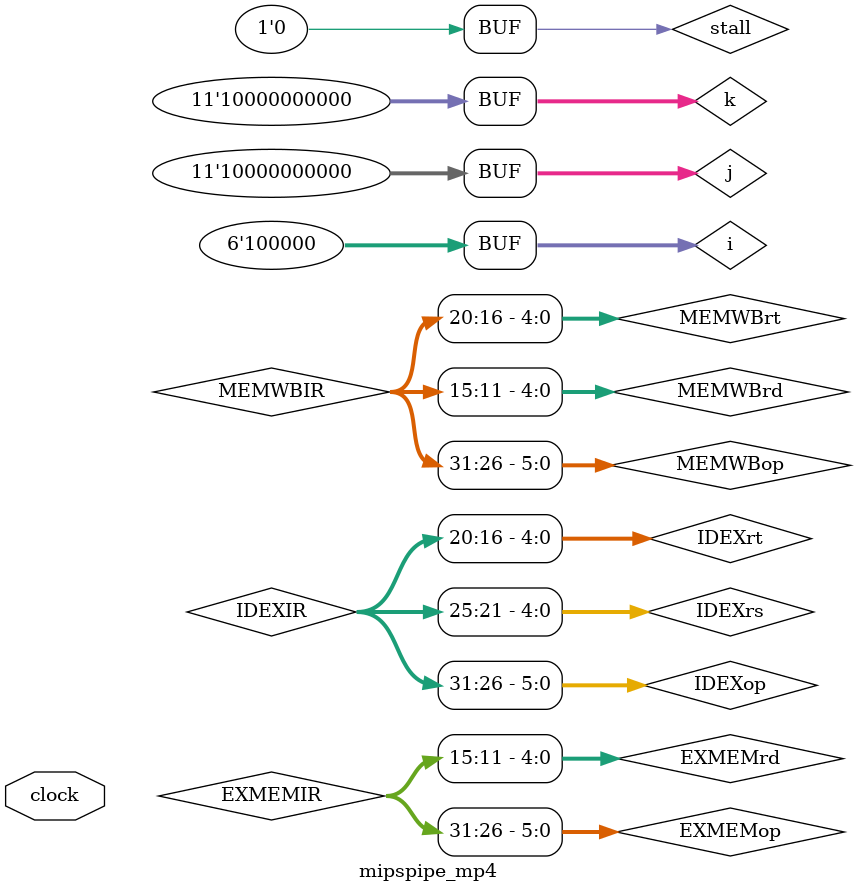
<source format=v>

module mipspipe_mp4 (clock);
  
// in_out
  input clock;

  // Instruction opcodes
  parameter LW = 6'b100011, SW = 6'b101011, BEQ = 6'b000100, nop = 32'b00000_100000, ALUop = 6'b0;
  reg [31:0] PC, Regs[0:31], IMemory[0:1023], DMemory[0:1023], // instruction and data memories
             IFIDIR, IDEXA, IDEXB, IDEXIR, EXMEMIR, EXMEMB, // pipeline latches
             EXMEMALUOut, MEMWBValue, MEMWBIR;

  wire [4:0] IDEXrs, IDEXrt, EXMEMrd, MEMWBrd, MEMWBrt; // hold register fields
  wire [5:0] EXMEMop, MEMWBop, IDEXop; // hold opcodes
  wire [31:0] Ain, Bin; // ALU inputs


  // declare the bypass signals
  wire takebranch, stall, bypassAfromMEM, bypassAfromALUinWB, bypassBfromMEM, bypassBfromALUinWB, bypassAfromLWinWB, bypassBfromLWinWB;

   // Define fields of pipeline latches
   assign IDEXrs = IDEXIR[25:21]; // rs field
   assign IDEXrt = IDEXIR[20:16]; // rt field
   assign EXMEMrd = EXMEMIR[15:11]; // rd field
   assign MEMWBrd = MEMWBIR[15:11]; // rd field
   assign MEMWBrt = MEMWBIR[20:16]; // rt field -- for loads
   assign EXMEMop = EXMEMIR[31:26]; // opcode
   assign MEMWBop = MEMWBIR[31:26]; // opcode
   assign IDEXop = IDEXIR[31:26]; // opcode

  // The bypass to input A from the MEM stage for an ALU operation
  assign bypassAfromMEM = (IDEXrs == EXMEMrd) & (IDEXrs!=0) & (EXMEMop==ALUop); // yes, bypass
  // The bypass to input B from the MEM stage for an ALU operation
  assign bypassBfromMEM = (IDEXrt == EXMEMrd) & (IDEXrt!=0) & (EXMEMop==ALUop); // yes, bypass
  // The bypass to input A from the WB stage for an ALU operation
  assign bypassAfromALUinWB = (IDEXrs == MEMWBrd) & (IDEXrs!=0) & (MEMWBop==ALUop);
  // The bypass to input B from the WB stage for an ALU operation
  assign bypassBfromALUinWB = (IDEXrt == MEMWBrd) & (IDEXrt!=0) & (MEMWBop==ALUop); 
  // The bypass to input A from the WB stage for an LW operation
  assign bypassAfromLWinWB = (IDEXrs == MEMWBIR[20:16]) & (IDEXrs!=0) & (MEMWBop==LW);
  // The bypass to input B from the WB stage for an LW operation
  assign bypassBfromLWinWB = (IDEXrt == MEMWBIR[20:16]) & (IDEXrt!=0) & (MEMWBop==LW);

  // The A input to the ALU is bypassed from MEM if there is a bypass there,
  // Otherwise from WB if there is a bypass there, and otherwise comes from the IDEX register
  assign Ain = bypassAfromMEM? EXMEMALUOut : (bypassAfromALUinWB | bypassAfromLWinWB)? MEMWBValue : IDEXA;

  // The B input to the ALU is bypassed from MEM if there is a bypass there,
  // Otherwise from WB if there is a bypass there, and otherwise comes from the IDEX register
  assign Bin = bypassBfromMEM? EXMEMALUOut : (bypassBfromALUinWB | bypassBfromLWinWB)? MEMWBValue : IDEXB;

  // The signal for detecting a stall based on the use of a result from LW
  assign stall = 0;
  
  // The signal for a taken branch: instruction is BEQ and registers are equal
  assign takebranch = (IFIDIR[31:26]==BEQ) && (Regs[IFIDIR[25:21]]==Regs[IFIDIR[20:16]]);

  reg [5:0] i; // used to initialize latches
  reg [10:0] j,k; // used to initialize memories
  
  initial 
  begin
    PC = 0;
    IFIDIR = nop; 
    IDEXIR = nop; 
    EXMEMIR = nop; 
    MEMWBIR = nop; // put nops in pipeline registers
    
    for (i = 0;i<=31;i = i+1) Regs[i] = i; // initialize registers
  
    IMemory[0] = 32'h8ca30002;
    IMemory[1] = 32'h8c620007;
    IMemory[2] = 32'h10200003;    
    IMemory[3] = 32'h8c0b0010;
    IMemory[4] = 32'had6f0009;
    IMemory[5] = 32'h10210001;
    IMemory[6] = 32'h8ca30002;  
    IMemory[7] = 32'h8c0b0010;
    IMemory[8] = 32'h002b6020;
    for (j=9; j<=1023; j=j+1) IMemory[j] = nop; // initialize instruction memories
    
    DMemory[0] = 32'h00000000;
    DMemory[1] = 32'h0000000d;
    DMemory[2] = 32'h00000000;
    DMemory[3] = 32'h00000000;
    DMemory[4] = 32'h00000003;
    DMemory[5] = 32'hffffffff;
    for (k=6; k<=1023; k=k+1) DMemory[k] = 0; // initialize data memories
  end

  always @ (posedge clock) 
  begin
    
	if (~stall)  // the first three pipeline stages stall if there is a load hazard
    begin
      
	  // FETCH: Fetch instruction & update PC
	  if (~takebranch)
      begin 
        IFIDIR <= IMemory[PC>>2];
        PC <= PC + 4;
      end      
      else
      begin // a taken branch is in ID; instruction in IF is wrong; insert a nop and reset the PC      
        IFIDIR <= nop;
        PC <= PC + ({{16{IFIDIR[15]}}, IFIDIR[15:0]}<<2);        
      end

      // DECODE: Read registers
      IDEXA <= Regs[IFIDIR[25:21]]; 
      IDEXB <= Regs[IFIDIR[20:16]]; 
      IDEXIR <= IFIDIR; 

      // EX: Address calculation or ALU operation
      if ((IDEXop==LW) |(IDEXop==SW)) // address calculation & copy B
        EXMEMALUOut <= Ain +{{16{IDEXIR[15]}}, IDEXIR[15:0]};
      else if (IDEXop==ALUop) 
      begin
        case (IDEXIR[5:0]) // R-type instruction
          32: EXMEMALUOut <= Ain + Bin; // add operation
          default: ; // other R-type operations: subtract, SLT, etc.
        endcase
      end
   
      EXMEMIR <= IDEXIR; 
      EXMEMB <= Bin; // pass along the IR & B register
    
	end  
    else EXMEMIR <= nop; // Freeze first three stages of pipeline
   
    // MEM
    if (EXMEMop==ALUop) MEMWBValue <= EXMEMALUOut; // pass along ALU result
    else if (EXMEMop == LW) MEMWBValue <= DMemory[EXMEMALUOut>>2];
    else if (EXMEMop == SW) DMemory[EXMEMALUOut>>2] <=EXMEMB; // store
   
    MEMWBIR <= EXMEMIR; // pass along IR
   
    // WB
    if ((MEMWBop==ALUop) & (MEMWBrd != 0)) // update latches if ALU operation and destination not 0
    Regs[MEMWBrd] <= MEMWBValue; // ALU operation
    else if ((MEMWBop == LW)& (MEMWBrt != 0)) // update latches if load and destination not 0
    Regs[MEMWBrt] <= MEMWBValue;
  
  end

endmodule

</source>
